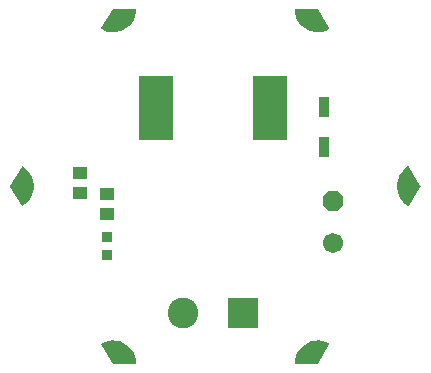
<source format=gbr>
G04 EAGLE Gerber RS-274X export*
G75*
%MOMM*%
%FSLAX34Y34*%
%LPD*%
%INSoldermask Top*%
%IPPOS*%
%AMOC8*
5,1,8,0,0,1.08239X$1,22.5*%
G01*
%ADD10C,1.101600*%
%ADD11R,2.601600X2.601600*%
%ADD12C,2.601600*%
%ADD13P,1.842011X8X112.500000*%
%ADD14C,1.701800*%
%ADD15R,0.901600X1.701600*%
%ADD16R,3.001600X5.501600*%
%ADD17R,0.901600X0.901600*%
%ADD18R,1.201600X1.101600*%

G36*
X509929Y329213D02*
X509929Y329213D01*
X510000Y329213D01*
X510027Y329224D01*
X510056Y329227D01*
X510118Y329262D01*
X510183Y329290D01*
X510204Y329310D01*
X510229Y329325D01*
X510292Y329402D01*
X510322Y329432D01*
X510326Y329442D01*
X510335Y329453D01*
X519835Y345953D01*
X519845Y345985D01*
X519854Y345998D01*
X519858Y346022D01*
X519859Y346026D01*
X519890Y346096D01*
X519890Y346120D01*
X519898Y346142D01*
X519892Y346218D01*
X519893Y346295D01*
X519883Y346319D01*
X519882Y346340D01*
X519861Y346379D01*
X519835Y346451D01*
X510335Y362951D01*
X510316Y362973D01*
X510303Y362999D01*
X510250Y363047D01*
X510203Y363100D01*
X510177Y363113D01*
X510156Y363132D01*
X510088Y363155D01*
X510024Y363186D01*
X509995Y363188D01*
X509968Y363197D01*
X509896Y363192D01*
X509825Y363195D01*
X509798Y363185D01*
X509769Y363183D01*
X509679Y363141D01*
X509639Y363126D01*
X509631Y363119D01*
X509618Y363113D01*
X507095Y361371D01*
X507071Y361347D01*
X507033Y361320D01*
X504821Y359196D01*
X504802Y359168D01*
X504768Y359136D01*
X502926Y356685D01*
X502912Y356654D01*
X502883Y356617D01*
X501458Y353902D01*
X501449Y353871D01*
X501433Y353846D01*
X501432Y353838D01*
X501427Y353828D01*
X500456Y350920D01*
X500452Y350886D01*
X500437Y350842D01*
X499945Y347815D01*
X499946Y347781D01*
X499938Y347735D01*
X499938Y344669D01*
X499939Y344665D01*
X499939Y344663D01*
X499945Y344636D01*
X499945Y344589D01*
X500437Y341562D01*
X500449Y341531D01*
X500456Y341484D01*
X501427Y338576D01*
X501444Y338547D01*
X501458Y338502D01*
X502883Y335787D01*
X502905Y335761D01*
X502926Y335719D01*
X504768Y333268D01*
X504793Y333245D01*
X504821Y333208D01*
X507033Y331084D01*
X507061Y331066D01*
X507095Y331033D01*
X509618Y329291D01*
X509645Y329280D01*
X509667Y329261D01*
X509736Y329241D01*
X509801Y329213D01*
X509830Y329213D01*
X509858Y329205D01*
X509929Y329213D01*
G37*
G36*
X182508Y329212D02*
X182508Y329212D01*
X182579Y329209D01*
X182606Y329219D01*
X182635Y329221D01*
X182725Y329263D01*
X182765Y329278D01*
X182773Y329285D01*
X182786Y329291D01*
X185309Y331033D01*
X185333Y331057D01*
X185371Y331084D01*
X187583Y333208D01*
X187602Y333236D01*
X187636Y333268D01*
X189478Y335719D01*
X189492Y335750D01*
X189521Y335787D01*
X190946Y338502D01*
X190955Y338535D01*
X190977Y338576D01*
X191948Y341484D01*
X191952Y341518D01*
X191967Y341562D01*
X192459Y344589D01*
X192458Y344623D01*
X192466Y344669D01*
X192466Y347735D01*
X192459Y347768D01*
X192459Y347815D01*
X191967Y350842D01*
X191955Y350873D01*
X191948Y350920D01*
X190977Y353828D01*
X190964Y353851D01*
X190958Y353876D01*
X190951Y353885D01*
X190946Y353902D01*
X189521Y356617D01*
X189499Y356643D01*
X189478Y356685D01*
X187636Y359136D01*
X187611Y359159D01*
X187583Y359196D01*
X185371Y361320D01*
X185343Y361338D01*
X185309Y361371D01*
X182786Y363113D01*
X182759Y363124D01*
X182737Y363143D01*
X182668Y363163D01*
X182603Y363191D01*
X182574Y363191D01*
X182546Y363199D01*
X182475Y363191D01*
X182404Y363192D01*
X182377Y363180D01*
X182348Y363177D01*
X182286Y363142D01*
X182221Y363114D01*
X182200Y363094D01*
X182175Y363079D01*
X182112Y363002D01*
X182082Y362972D01*
X182078Y362962D01*
X182069Y362951D01*
X172569Y346451D01*
X172545Y346378D01*
X172514Y346308D01*
X172514Y346284D01*
X172506Y346262D01*
X172513Y346186D01*
X172512Y346109D01*
X172521Y346085D01*
X172522Y346064D01*
X172543Y346025D01*
X172562Y345973D01*
X172563Y345967D01*
X172565Y345965D01*
X172569Y345953D01*
X182069Y329453D01*
X182088Y329431D01*
X182101Y329405D01*
X182154Y329357D01*
X182201Y329304D01*
X182227Y329291D01*
X182249Y329272D01*
X182316Y329249D01*
X182380Y329218D01*
X182409Y329217D01*
X182436Y329207D01*
X182508Y329212D01*
G37*
G36*
X432878Y195718D02*
X432878Y195718D01*
X432956Y195727D01*
X432975Y195738D01*
X432997Y195742D01*
X433061Y195786D01*
X433129Y195825D01*
X433145Y195844D01*
X433161Y195855D01*
X433185Y195893D01*
X433235Y195953D01*
X442735Y212453D01*
X442744Y212480D01*
X442760Y212504D01*
X442775Y212574D01*
X442798Y212642D01*
X442795Y212670D01*
X442801Y212698D01*
X442788Y212769D01*
X442782Y212840D01*
X442769Y212865D01*
X442763Y212893D01*
X442723Y212953D01*
X442690Y213016D01*
X442668Y213034D01*
X442652Y213058D01*
X442569Y213116D01*
X442537Y213143D01*
X442526Y213146D01*
X442516Y213153D01*
X439750Y214462D01*
X439717Y214470D01*
X439674Y214490D01*
X436734Y215338D01*
X436700Y215341D01*
X436656Y215354D01*
X433618Y215719D01*
X433584Y215716D01*
X433537Y215722D01*
X430480Y215595D01*
X430447Y215587D01*
X430400Y215586D01*
X427403Y214970D01*
X427372Y214957D01*
X427326Y214948D01*
X424466Y213859D01*
X424438Y213841D01*
X424394Y213825D01*
X421746Y212291D01*
X421720Y212269D01*
X421680Y212246D01*
X419312Y210308D01*
X419290Y210281D01*
X419254Y210252D01*
X417227Y207959D01*
X417211Y207930D01*
X417179Y207895D01*
X415547Y205307D01*
X415535Y205275D01*
X415510Y205236D01*
X414314Y202419D01*
X414307Y202386D01*
X414304Y202379D01*
X414300Y202373D01*
X414299Y202367D01*
X414288Y202343D01*
X413560Y199371D01*
X413558Y199337D01*
X413547Y199292D01*
X413304Y196242D01*
X413308Y196213D01*
X413303Y196185D01*
X413320Y196116D01*
X413328Y196044D01*
X413343Y196020D01*
X413349Y195992D01*
X413392Y195934D01*
X413428Y195872D01*
X413450Y195855D01*
X413467Y195832D01*
X413529Y195795D01*
X413586Y195752D01*
X413614Y195745D01*
X413638Y195730D01*
X413738Y195714D01*
X413779Y195703D01*
X413789Y195705D01*
X413802Y195703D01*
X432802Y195703D01*
X432878Y195718D01*
G37*
G36*
X433571Y476687D02*
X433571Y476687D01*
X433618Y476685D01*
X436656Y477050D01*
X436688Y477061D01*
X436734Y477066D01*
X439674Y477914D01*
X439704Y477930D01*
X439750Y477942D01*
X442516Y479251D01*
X442538Y479268D01*
X442565Y479278D01*
X442617Y479327D01*
X442675Y479370D01*
X442689Y479395D01*
X442710Y479414D01*
X442739Y479480D01*
X442775Y479542D01*
X442778Y479570D01*
X442790Y479596D01*
X442791Y479668D01*
X442800Y479739D01*
X442792Y479766D01*
X442793Y479795D01*
X442757Y479890D01*
X442746Y479930D01*
X442739Y479939D01*
X442735Y479951D01*
X433235Y496451D01*
X433183Y496510D01*
X433137Y496572D01*
X433118Y496583D01*
X433103Y496600D01*
X433033Y496634D01*
X432966Y496674D01*
X432942Y496678D01*
X432924Y496686D01*
X432879Y496688D01*
X432802Y496701D01*
X413802Y496701D01*
X413774Y496696D01*
X413746Y496698D01*
X413678Y496676D01*
X413607Y496662D01*
X413584Y496646D01*
X413557Y496637D01*
X413502Y496590D01*
X413443Y496549D01*
X413428Y496525D01*
X413407Y496507D01*
X413375Y496442D01*
X413336Y496382D01*
X413331Y496354D01*
X413319Y496328D01*
X413310Y496227D01*
X413303Y496185D01*
X413305Y496175D01*
X413304Y496162D01*
X413547Y493112D01*
X413556Y493080D01*
X413560Y493033D01*
X414288Y490061D01*
X414303Y490030D01*
X414314Y489985D01*
X415510Y487168D01*
X415529Y487140D01*
X415547Y487097D01*
X417179Y484509D01*
X417203Y484485D01*
X417227Y484445D01*
X419254Y482152D01*
X419281Y482132D01*
X419312Y482096D01*
X421680Y480158D01*
X421710Y480142D01*
X421746Y480113D01*
X424394Y478580D01*
X424426Y478569D01*
X424466Y478545D01*
X427326Y477457D01*
X427359Y477451D01*
X427403Y477434D01*
X430400Y476818D01*
X430434Y476818D01*
X430480Y476809D01*
X433537Y476682D01*
X433571Y476687D01*
G37*
G36*
X278630Y195708D02*
X278630Y195708D01*
X278658Y195706D01*
X278726Y195728D01*
X278797Y195742D01*
X278820Y195758D01*
X278847Y195767D01*
X278902Y195814D01*
X278961Y195855D01*
X278976Y195879D01*
X278998Y195897D01*
X279029Y195962D01*
X279068Y196022D01*
X279073Y196050D01*
X279085Y196076D01*
X279094Y196177D01*
X279101Y196219D01*
X279099Y196229D01*
X279100Y196242D01*
X278857Y199292D01*
X278848Y199324D01*
X278844Y199371D01*
X278116Y202343D01*
X278101Y202374D01*
X278090Y202419D01*
X276894Y205236D01*
X276875Y205264D01*
X276857Y205307D01*
X275225Y207895D01*
X275201Y207919D01*
X275177Y207959D01*
X273150Y210252D01*
X273123Y210272D01*
X273092Y210308D01*
X270725Y212246D01*
X270694Y212262D01*
X270658Y212291D01*
X268010Y213825D01*
X267978Y213835D01*
X267938Y213859D01*
X265078Y214948D01*
X265045Y214953D01*
X265001Y214970D01*
X262004Y215586D01*
X261970Y215586D01*
X261924Y215595D01*
X258867Y215722D01*
X258833Y215717D01*
X258786Y215719D01*
X255748Y215354D01*
X255716Y215343D01*
X255670Y215338D01*
X252730Y214490D01*
X252700Y214474D01*
X252655Y214462D01*
X249889Y213153D01*
X249866Y213136D01*
X249839Y213126D01*
X249787Y213077D01*
X249729Y213034D01*
X249715Y213009D01*
X249694Y212990D01*
X249665Y212924D01*
X249629Y212862D01*
X249626Y212834D01*
X249614Y212808D01*
X249613Y212736D01*
X249604Y212665D01*
X249612Y212638D01*
X249612Y212609D01*
X249647Y212514D01*
X249658Y212474D01*
X249665Y212465D01*
X249669Y212453D01*
X259169Y195953D01*
X259221Y195895D01*
X259267Y195832D01*
X259286Y195821D01*
X259301Y195804D01*
X259371Y195770D01*
X259438Y195730D01*
X259463Y195726D01*
X259480Y195718D01*
X259525Y195716D01*
X259602Y195703D01*
X278602Y195703D01*
X278630Y195708D01*
G37*
G36*
X261924Y476809D02*
X261924Y476809D01*
X261957Y476817D01*
X262004Y476818D01*
X265001Y477434D01*
X265032Y477447D01*
X265078Y477457D01*
X267938Y478545D01*
X267967Y478563D01*
X268010Y478580D01*
X270658Y480113D01*
X270684Y480135D01*
X270725Y480158D01*
X273092Y482096D01*
X273114Y482123D01*
X273150Y482152D01*
X275177Y484445D01*
X275194Y484474D01*
X275225Y484509D01*
X276857Y487097D01*
X276869Y487129D01*
X276894Y487168D01*
X278090Y489985D01*
X278097Y490018D01*
X278116Y490061D01*
X278844Y493033D01*
X278846Y493067D01*
X278857Y493112D01*
X279100Y496162D01*
X279096Y496191D01*
X279101Y496219D01*
X279084Y496288D01*
X279076Y496360D01*
X279062Y496384D01*
X279055Y496412D01*
X279012Y496470D01*
X278977Y496532D01*
X278954Y496549D01*
X278937Y496572D01*
X278875Y496609D01*
X278818Y496652D01*
X278790Y496659D01*
X278766Y496674D01*
X278666Y496690D01*
X278625Y496701D01*
X278615Y496699D01*
X278602Y496701D01*
X259602Y496701D01*
X259526Y496686D01*
X259448Y496677D01*
X259429Y496666D01*
X259407Y496662D01*
X259343Y496618D01*
X259275Y496579D01*
X259259Y496560D01*
X259243Y496549D01*
X259219Y496511D01*
X259169Y496451D01*
X249669Y479951D01*
X249660Y479924D01*
X249644Y479900D01*
X249629Y479830D01*
X249606Y479762D01*
X249609Y479734D01*
X249603Y479706D01*
X249617Y479636D01*
X249622Y479564D01*
X249635Y479539D01*
X249641Y479511D01*
X249681Y479451D01*
X249714Y479388D01*
X249736Y479370D01*
X249752Y479346D01*
X249835Y479288D01*
X249867Y479261D01*
X249878Y479258D01*
X249889Y479251D01*
X252655Y477942D01*
X252688Y477934D01*
X252730Y477914D01*
X255670Y477066D01*
X255704Y477063D01*
X255748Y477050D01*
X258786Y476685D01*
X258820Y476688D01*
X258867Y476682D01*
X261924Y476809D01*
G37*
D10*
X428802Y489302D03*
X511402Y346202D03*
X428802Y203102D03*
X263602Y203102D03*
X181002Y346202D03*
X263602Y489302D03*
D11*
X369570Y238760D03*
D12*
X318770Y238760D03*
D13*
X445770Y334010D03*
D14*
X445770Y298450D03*
D15*
X438150Y379240D03*
X438150Y413240D03*
D16*
X392670Y412750D03*
X295670Y412750D03*
D17*
X254000Y303410D03*
X254000Y288410D03*
D18*
X254000Y322970D03*
X254000Y339970D03*
X231140Y357750D03*
X231140Y340750D03*
M02*

</source>
